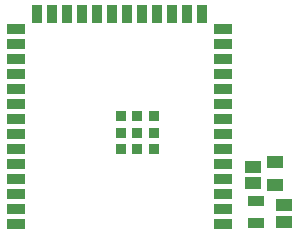
<source format=gtp>
G04*
G04 #@! TF.GenerationSoftware,Altium Limited,Altium Designer,23.4.1 (23)*
G04*
G04 Layer_Color=8421504*
%FSLAX44Y44*%
%MOMM*%
G71*
G04*
G04 #@! TF.SameCoordinates,A0B98803-91D0-4B0B-9526-B44C3162FC5B*
G04*
G04*
G04 #@! TF.FilePolarity,Positive*
G04*
G01*
G75*
%ADD13R,0.9000X0.9000*%
%ADD14R,1.5000X0.9000*%
%ADD15R,0.9000X1.5000*%
%ADD16R,1.3500X1.1000*%
%ADD17R,1.4000X1.0000*%
%ADD18R,1.4000X0.9500*%
%ADD19R,1.3562X1.0546*%
D13*
X1005570Y613310D02*
D03*
Y627310D02*
D03*
Y641310D02*
D03*
X1019570D02*
D03*
X1033570D02*
D03*
Y627310D02*
D03*
Y613310D02*
D03*
X1019570D02*
D03*
Y627310D02*
D03*
D14*
X917070Y550110D02*
D03*
Y562810D02*
D03*
Y575510D02*
D03*
Y588210D02*
D03*
Y600910D02*
D03*
Y613610D02*
D03*
Y626310D02*
D03*
Y639010D02*
D03*
Y651710D02*
D03*
Y664410D02*
D03*
Y677110D02*
D03*
Y689810D02*
D03*
Y702510D02*
D03*
Y715210D02*
D03*
X1092070D02*
D03*
Y702510D02*
D03*
Y689810D02*
D03*
Y677110D02*
D03*
Y664410D02*
D03*
Y651710D02*
D03*
Y639010D02*
D03*
Y626310D02*
D03*
Y613610D02*
D03*
Y600910D02*
D03*
Y588210D02*
D03*
Y575510D02*
D03*
Y562810D02*
D03*
Y550110D02*
D03*
D15*
X934720Y727710D02*
D03*
X947420D02*
D03*
X960120D02*
D03*
X972820D02*
D03*
X985520D02*
D03*
X998220D02*
D03*
X1010920D02*
D03*
X1023620D02*
D03*
X1036320D02*
D03*
X1049020D02*
D03*
X1061720D02*
D03*
X1074420D02*
D03*
D16*
X1117600Y584820D02*
D03*
Y598820D02*
D03*
D17*
X1136650Y602590D02*
D03*
Y583590D02*
D03*
D18*
X1120140Y550820D02*
D03*
Y569320D02*
D03*
D19*
X1144270Y551542D02*
D03*
Y566058D02*
D03*
M02*

</source>
